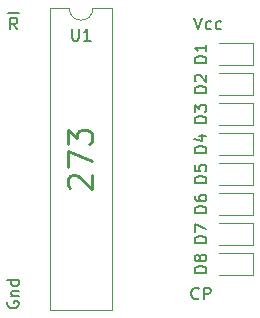
<source format=gbr>
%TF.GenerationSoftware,KiCad,Pcbnew,(5.1.8)-1*%
%TF.CreationDate,2023-01-12T00:15:59+03:00*%
%TF.ProjectId,273,3237332e-6b69-4636-9164-5f7063625858,rev?*%
%TF.SameCoordinates,Original*%
%TF.FileFunction,Legend,Top*%
%TF.FilePolarity,Positive*%
%FSLAX46Y46*%
G04 Gerber Fmt 4.6, Leading zero omitted, Abs format (unit mm)*
G04 Created by KiCad (PCBNEW (5.1.8)-1) date 2023-01-12 00:15:59*
%MOMM*%
%LPD*%
G01*
G04 APERTURE LIST*
%ADD10C,0.150000*%
%ADD11C,0.250000*%
%ADD12C,0.120000*%
G04 APERTURE END LIST*
D10*
X73795000Y-56522857D02*
X73747380Y-56618095D01*
X73747380Y-56760952D01*
X73795000Y-56903809D01*
X73890238Y-56999047D01*
X73985476Y-57046666D01*
X74175952Y-57094285D01*
X74318809Y-57094285D01*
X74509285Y-57046666D01*
X74604523Y-56999047D01*
X74699761Y-56903809D01*
X74747380Y-56760952D01*
X74747380Y-56665714D01*
X74699761Y-56522857D01*
X74652142Y-56475238D01*
X74318809Y-56475238D01*
X74318809Y-56665714D01*
X74080714Y-56046666D02*
X74747380Y-56046666D01*
X74175952Y-56046666D02*
X74128333Y-55999047D01*
X74080714Y-55903809D01*
X74080714Y-55760952D01*
X74128333Y-55665714D01*
X74223571Y-55618095D01*
X74747380Y-55618095D01*
X74747380Y-54713333D02*
X73747380Y-54713333D01*
X74699761Y-54713333D02*
X74747380Y-54808571D01*
X74747380Y-54999047D01*
X74699761Y-55094285D01*
X74652142Y-55141904D01*
X74556904Y-55189523D01*
X74271190Y-55189523D01*
X74175952Y-55141904D01*
X74128333Y-55094285D01*
X74080714Y-54999047D01*
X74080714Y-54808571D01*
X74128333Y-54713333D01*
X89979523Y-56237142D02*
X89931904Y-56284761D01*
X89789047Y-56332380D01*
X89693809Y-56332380D01*
X89550952Y-56284761D01*
X89455714Y-56189523D01*
X89408095Y-56094285D01*
X89360476Y-55903809D01*
X89360476Y-55760952D01*
X89408095Y-55570476D01*
X89455714Y-55475238D01*
X89550952Y-55380000D01*
X89693809Y-55332380D01*
X89789047Y-55332380D01*
X89931904Y-55380000D01*
X89979523Y-55427619D01*
X90408095Y-56332380D02*
X90408095Y-55332380D01*
X90789047Y-55332380D01*
X90884285Y-55380000D01*
X90931904Y-55427619D01*
X90979523Y-55522857D01*
X90979523Y-55665714D01*
X90931904Y-55760952D01*
X90884285Y-55808571D01*
X90789047Y-55856190D01*
X90408095Y-55856190D01*
X89614523Y-32472380D02*
X89947857Y-33472380D01*
X90281190Y-32472380D01*
X91043095Y-33424761D02*
X90947857Y-33472380D01*
X90757380Y-33472380D01*
X90662142Y-33424761D01*
X90614523Y-33377142D01*
X90566904Y-33281904D01*
X90566904Y-32996190D01*
X90614523Y-32900952D01*
X90662142Y-32853333D01*
X90757380Y-32805714D01*
X90947857Y-32805714D01*
X91043095Y-32853333D01*
X91900238Y-33424761D02*
X91805000Y-33472380D01*
X91614523Y-33472380D01*
X91519285Y-33424761D01*
X91471666Y-33377142D01*
X91424047Y-33281904D01*
X91424047Y-32996190D01*
X91471666Y-32900952D01*
X91519285Y-32853333D01*
X91614523Y-32805714D01*
X91805000Y-32805714D01*
X91900238Y-32853333D01*
X73795000Y-32105000D02*
X74795000Y-32105000D01*
X74604523Y-33472380D02*
X74271190Y-32996190D01*
X74033095Y-33472380D02*
X74033095Y-32472380D01*
X74414047Y-32472380D01*
X74509285Y-32520000D01*
X74556904Y-32567619D01*
X74604523Y-32662857D01*
X74604523Y-32805714D01*
X74556904Y-32900952D01*
X74509285Y-32948571D01*
X74414047Y-32996190D01*
X74033095Y-32996190D01*
D11*
X79105238Y-46926190D02*
X79010000Y-46830952D01*
X78914761Y-46640476D01*
X78914761Y-46164285D01*
X79010000Y-45973809D01*
X79105238Y-45878571D01*
X79295714Y-45783333D01*
X79486190Y-45783333D01*
X79771904Y-45878571D01*
X80914761Y-47021428D01*
X80914761Y-45783333D01*
X78914761Y-45116666D02*
X78914761Y-43783333D01*
X80914761Y-44640476D01*
X78914761Y-43211904D02*
X78914761Y-41973809D01*
X79676666Y-42640476D01*
X79676666Y-42354761D01*
X79771904Y-42164285D01*
X79867142Y-42069047D01*
X80057619Y-41973809D01*
X80533809Y-41973809D01*
X80724285Y-42069047D01*
X80819523Y-42164285D01*
X80914761Y-42354761D01*
X80914761Y-42926190D01*
X80819523Y-43116666D01*
X80724285Y-43211904D01*
D12*
%TO.C,D8*%
X94570000Y-52380000D02*
X91710000Y-52380000D01*
X94570000Y-54300000D02*
X94570000Y-52380000D01*
X91710000Y-54300000D02*
X94570000Y-54300000D01*
%TO.C,D7*%
X94570000Y-49840000D02*
X91710000Y-49840000D01*
X94570000Y-51760000D02*
X94570000Y-49840000D01*
X91710000Y-51760000D02*
X94570000Y-51760000D01*
%TO.C,D6*%
X94570000Y-47300000D02*
X91710000Y-47300000D01*
X94570000Y-49220000D02*
X94570000Y-47300000D01*
X91710000Y-49220000D02*
X94570000Y-49220000D01*
%TO.C,D5*%
X94570000Y-44760000D02*
X91710000Y-44760000D01*
X94570000Y-46680000D02*
X94570000Y-44760000D01*
X91710000Y-46680000D02*
X94570000Y-46680000D01*
%TO.C,D4*%
X94570000Y-42220000D02*
X91710000Y-42220000D01*
X94570000Y-44140000D02*
X94570000Y-42220000D01*
X91710000Y-44140000D02*
X94570000Y-44140000D01*
%TO.C,D3*%
X94570000Y-39680000D02*
X91710000Y-39680000D01*
X94570000Y-41600000D02*
X94570000Y-39680000D01*
X91710000Y-41600000D02*
X94570000Y-41600000D01*
%TO.C,D2*%
X94570000Y-37140000D02*
X91710000Y-37140000D01*
X94570000Y-39060000D02*
X94570000Y-37140000D01*
X91710000Y-39060000D02*
X94570000Y-39060000D01*
%TO.C,D1*%
X94570000Y-34600000D02*
X91710000Y-34600000D01*
X94570000Y-36520000D02*
X94570000Y-34600000D01*
X91710000Y-36520000D02*
X94570000Y-36520000D01*
%TO.C,U1*%
X82660000Y-31690000D02*
X81010000Y-31690000D01*
X82660000Y-57210000D02*
X82660000Y-31690000D01*
X77360000Y-57210000D02*
X82660000Y-57210000D01*
X77360000Y-31690000D02*
X77360000Y-57210000D01*
X79010000Y-31690000D02*
X77360000Y-31690000D01*
X81010000Y-31690000D02*
G75*
G02*
X79010000Y-31690000I-1000000J0D01*
G01*
%TO.C,D8*%
D10*
X90622380Y-54078095D02*
X89622380Y-54078095D01*
X89622380Y-53840000D01*
X89670000Y-53697142D01*
X89765238Y-53601904D01*
X89860476Y-53554285D01*
X90050952Y-53506666D01*
X90193809Y-53506666D01*
X90384285Y-53554285D01*
X90479523Y-53601904D01*
X90574761Y-53697142D01*
X90622380Y-53840000D01*
X90622380Y-54078095D01*
X90050952Y-52935238D02*
X90003333Y-53030476D01*
X89955714Y-53078095D01*
X89860476Y-53125714D01*
X89812857Y-53125714D01*
X89717619Y-53078095D01*
X89670000Y-53030476D01*
X89622380Y-52935238D01*
X89622380Y-52744761D01*
X89670000Y-52649523D01*
X89717619Y-52601904D01*
X89812857Y-52554285D01*
X89860476Y-52554285D01*
X89955714Y-52601904D01*
X90003333Y-52649523D01*
X90050952Y-52744761D01*
X90050952Y-52935238D01*
X90098571Y-53030476D01*
X90146190Y-53078095D01*
X90241428Y-53125714D01*
X90431904Y-53125714D01*
X90527142Y-53078095D01*
X90574761Y-53030476D01*
X90622380Y-52935238D01*
X90622380Y-52744761D01*
X90574761Y-52649523D01*
X90527142Y-52601904D01*
X90431904Y-52554285D01*
X90241428Y-52554285D01*
X90146190Y-52601904D01*
X90098571Y-52649523D01*
X90050952Y-52744761D01*
%TO.C,D7*%
X90622380Y-51538095D02*
X89622380Y-51538095D01*
X89622380Y-51300000D01*
X89670000Y-51157142D01*
X89765238Y-51061904D01*
X89860476Y-51014285D01*
X90050952Y-50966666D01*
X90193809Y-50966666D01*
X90384285Y-51014285D01*
X90479523Y-51061904D01*
X90574761Y-51157142D01*
X90622380Y-51300000D01*
X90622380Y-51538095D01*
X89622380Y-50633333D02*
X89622380Y-49966666D01*
X90622380Y-50395238D01*
%TO.C,D6*%
X90622380Y-48998095D02*
X89622380Y-48998095D01*
X89622380Y-48760000D01*
X89670000Y-48617142D01*
X89765238Y-48521904D01*
X89860476Y-48474285D01*
X90050952Y-48426666D01*
X90193809Y-48426666D01*
X90384285Y-48474285D01*
X90479523Y-48521904D01*
X90574761Y-48617142D01*
X90622380Y-48760000D01*
X90622380Y-48998095D01*
X89622380Y-47569523D02*
X89622380Y-47760000D01*
X89670000Y-47855238D01*
X89717619Y-47902857D01*
X89860476Y-47998095D01*
X90050952Y-48045714D01*
X90431904Y-48045714D01*
X90527142Y-47998095D01*
X90574761Y-47950476D01*
X90622380Y-47855238D01*
X90622380Y-47664761D01*
X90574761Y-47569523D01*
X90527142Y-47521904D01*
X90431904Y-47474285D01*
X90193809Y-47474285D01*
X90098571Y-47521904D01*
X90050952Y-47569523D01*
X90003333Y-47664761D01*
X90003333Y-47855238D01*
X90050952Y-47950476D01*
X90098571Y-47998095D01*
X90193809Y-48045714D01*
%TO.C,D5*%
X90622380Y-46458095D02*
X89622380Y-46458095D01*
X89622380Y-46220000D01*
X89670000Y-46077142D01*
X89765238Y-45981904D01*
X89860476Y-45934285D01*
X90050952Y-45886666D01*
X90193809Y-45886666D01*
X90384285Y-45934285D01*
X90479523Y-45981904D01*
X90574761Y-46077142D01*
X90622380Y-46220000D01*
X90622380Y-46458095D01*
X89622380Y-44981904D02*
X89622380Y-45458095D01*
X90098571Y-45505714D01*
X90050952Y-45458095D01*
X90003333Y-45362857D01*
X90003333Y-45124761D01*
X90050952Y-45029523D01*
X90098571Y-44981904D01*
X90193809Y-44934285D01*
X90431904Y-44934285D01*
X90527142Y-44981904D01*
X90574761Y-45029523D01*
X90622380Y-45124761D01*
X90622380Y-45362857D01*
X90574761Y-45458095D01*
X90527142Y-45505714D01*
%TO.C,D4*%
X90622380Y-43918095D02*
X89622380Y-43918095D01*
X89622380Y-43680000D01*
X89670000Y-43537142D01*
X89765238Y-43441904D01*
X89860476Y-43394285D01*
X90050952Y-43346666D01*
X90193809Y-43346666D01*
X90384285Y-43394285D01*
X90479523Y-43441904D01*
X90574761Y-43537142D01*
X90622380Y-43680000D01*
X90622380Y-43918095D01*
X89955714Y-42489523D02*
X90622380Y-42489523D01*
X89574761Y-42727619D02*
X90289047Y-42965714D01*
X90289047Y-42346666D01*
%TO.C,D3*%
X90622380Y-41378095D02*
X89622380Y-41378095D01*
X89622380Y-41140000D01*
X89670000Y-40997142D01*
X89765238Y-40901904D01*
X89860476Y-40854285D01*
X90050952Y-40806666D01*
X90193809Y-40806666D01*
X90384285Y-40854285D01*
X90479523Y-40901904D01*
X90574761Y-40997142D01*
X90622380Y-41140000D01*
X90622380Y-41378095D01*
X89622380Y-40473333D02*
X89622380Y-39854285D01*
X90003333Y-40187619D01*
X90003333Y-40044761D01*
X90050952Y-39949523D01*
X90098571Y-39901904D01*
X90193809Y-39854285D01*
X90431904Y-39854285D01*
X90527142Y-39901904D01*
X90574761Y-39949523D01*
X90622380Y-40044761D01*
X90622380Y-40330476D01*
X90574761Y-40425714D01*
X90527142Y-40473333D01*
%TO.C,D2*%
X90622380Y-38838095D02*
X89622380Y-38838095D01*
X89622380Y-38600000D01*
X89670000Y-38457142D01*
X89765238Y-38361904D01*
X89860476Y-38314285D01*
X90050952Y-38266666D01*
X90193809Y-38266666D01*
X90384285Y-38314285D01*
X90479523Y-38361904D01*
X90574761Y-38457142D01*
X90622380Y-38600000D01*
X90622380Y-38838095D01*
X89717619Y-37885714D02*
X89670000Y-37838095D01*
X89622380Y-37742857D01*
X89622380Y-37504761D01*
X89670000Y-37409523D01*
X89717619Y-37361904D01*
X89812857Y-37314285D01*
X89908095Y-37314285D01*
X90050952Y-37361904D01*
X90622380Y-37933333D01*
X90622380Y-37314285D01*
%TO.C,D1*%
X90622380Y-36298095D02*
X89622380Y-36298095D01*
X89622380Y-36060000D01*
X89670000Y-35917142D01*
X89765238Y-35821904D01*
X89860476Y-35774285D01*
X90050952Y-35726666D01*
X90193809Y-35726666D01*
X90384285Y-35774285D01*
X90479523Y-35821904D01*
X90574761Y-35917142D01*
X90622380Y-36060000D01*
X90622380Y-36298095D01*
X90622380Y-34774285D02*
X90622380Y-35345714D01*
X90622380Y-35060000D02*
X89622380Y-35060000D01*
X89765238Y-35155238D01*
X89860476Y-35250476D01*
X89908095Y-35345714D01*
%TO.C,U1*%
X79248095Y-33424880D02*
X79248095Y-34234404D01*
X79295714Y-34329642D01*
X79343333Y-34377261D01*
X79438571Y-34424880D01*
X79629047Y-34424880D01*
X79724285Y-34377261D01*
X79771904Y-34329642D01*
X79819523Y-34234404D01*
X79819523Y-33424880D01*
X80819523Y-34424880D02*
X80248095Y-34424880D01*
X80533809Y-34424880D02*
X80533809Y-33424880D01*
X80438571Y-33567738D01*
X80343333Y-33662976D01*
X80248095Y-33710595D01*
%TD*%
M02*

</source>
